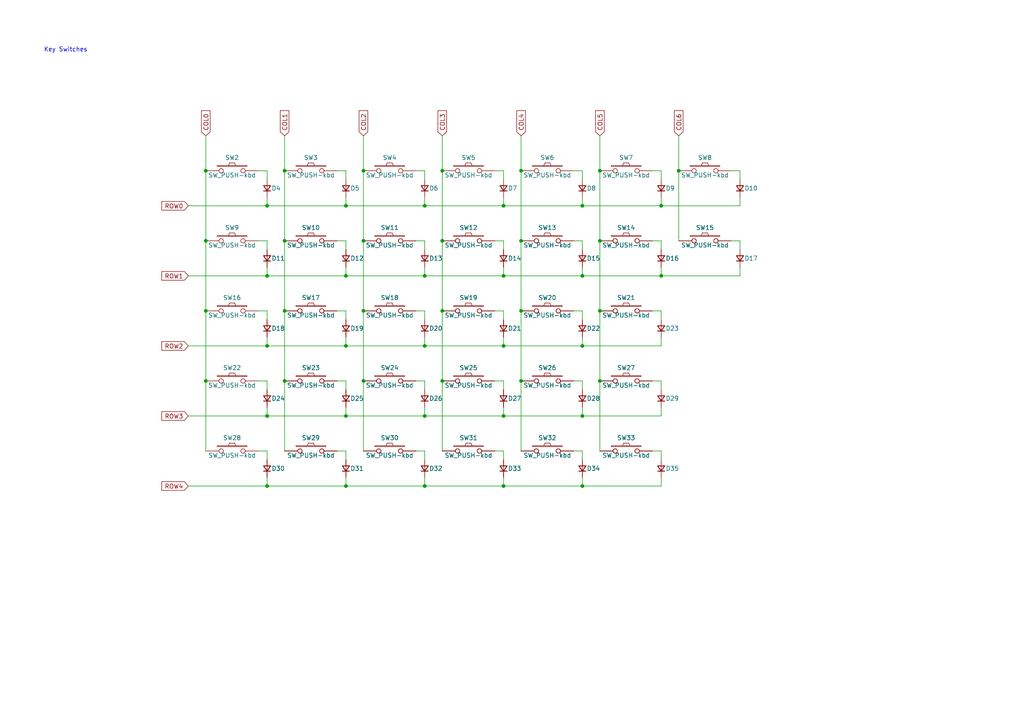
<source format=kicad_sch>
(kicad_sch (version 20211123) (generator eeschema)
  (paper "A4")
  (lib_symbols
    (symbol "ma8ic_split_69:D_Small" (pin_numbers hide) (pin_names (offset 0.254) hide)
      (property "Reference" "D" (at -1.27 2.032 0))
      (property "Value" "D_Small" (at -3.81 -2.032 0))
      (symbol "D_Small_0_1"
        (polyline (pts (xy -0.762 -1.016) (xy -0.762 1.016)) (stroke (width 0.254)))
        (polyline (pts (xy -0.762 0) (xy 0.762 0)))
        (polyline (pts (xy 0.762 -1.016) (xy -0.762 0) (xy 0.762 1.016) (xy 0.762 -1.016)) (stroke (width 0.254)))
      )
      (symbol "D_Small_1_1"
        (pin passive line (at -2.54 0 0) (length 1.778) (name "K") (number "1"))
        (pin passive line (at 2.54 0 180) (length 1.778) (name "A") (number "2"))
      )
    )
    (symbol "ma8ic_split_69:SW_PUSH" (pin_numbers hide) (pin_names (offset 1.016) hide)
      (property "Reference" "SW" (at 3.81 2.794 0))
      (property "Value" "SW_PUSH" (at 0 -2.032 0))
      (symbol "SW_PUSH_0_1"
        (rectangle (start -4.318 1.27) (end 4.318 1.524))
        (polyline (pts (xy -1.016 1.524) (xy -0.762 2.286) (xy 0.762 2.286) (xy 1.016 1.524)))
        (pin passive inverted (at -7.62 0 0) (length 5.08) (name "1") (number "1"))
        (pin passive inverted (at 7.62 0 180) (length 5.08) (name "2") (number "2"))
      )
    )
  )
  (junction (at 59.69 90.17))
  (junction (at 105.41 90.17))
  (junction (at 77.47 59.69))
  (junction (at 128.27 49.53))
  (junction (at 146.05 140.97))
  (junction (at 168.91 120.65))
  (junction (at 173.99 110.49))
  (junction (at 151.13 49.53))
  (junction (at 123.19 100.33))
  (junction (at 100.33 59.69))
  (junction (at 173.99 49.53))
  (junction (at 173.99 69.85))
  (junction (at 128.27 69.85))
  (junction (at 146.05 120.65))
  (junction (at 82.55 49.53))
  (junction (at 77.47 80.01))
  (junction (at 82.55 69.85))
  (junction (at 168.91 80.01))
  (junction (at 100.33 120.65))
  (junction (at 168.91 59.69))
  (junction (at 128.27 110.49))
  (junction (at 196.85 49.53))
  (junction (at 123.19 120.65))
  (junction (at 191.77 59.69))
  (junction (at 123.19 80.01))
  (junction (at 173.99 90.17))
  (junction (at 105.41 49.53))
  (junction (at 151.13 69.85))
  (junction (at 105.41 69.85))
  (junction (at 123.19 59.69))
  (junction (at 59.69 110.49))
  (junction (at 59.69 49.53))
  (junction (at 100.33 140.97))
  (junction (at 191.77 80.01))
  (junction (at 59.69 69.85))
  (junction (at 82.55 110.49))
  (junction (at 82.55 90.17))
  (junction (at 168.91 100.33))
  (junction (at 151.13 90.17))
  (junction (at 146.05 80.01))
  (junction (at 77.47 140.97))
  (junction (at 146.05 59.69))
  (junction (at 105.41 110.49))
  (junction (at 100.33 100.33))
  (junction (at 168.91 140.97))
  (junction (at 146.05 100.33))
  (junction (at 100.33 80.01))
  (junction (at 77.47 120.65))
  (junction (at 128.27 90.17))
  (junction (at 123.19 140.97))
  (junction (at 77.47 100.33))
  (junction (at 151.13 110.49))
  (wire (pts (xy 100.33 120.65) (xy 123.19 120.65)))
  (wire (pts (xy 146.05 140.97) (xy 146.05 138.43)))
  (wire (pts (xy 212.09 49.53) (xy 214.63 49.53)))
  (wire (pts (xy 97.79 69.85) (xy 100.33 69.85)))
  (wire (pts (xy 173.99 69.85) (xy 173.99 90.17)))
  (wire (pts (xy 97.79 49.53) (xy 100.33 49.53)))
  (wire (pts (xy 77.47 49.53) (xy 77.47 52.07)))
  (wire (pts (xy 214.63 59.69) (xy 214.63 57.15)))
  (wire (pts (xy 97.79 130.81) (xy 100.33 130.81)))
  (wire (pts (xy 143.51 110.49) (xy 146.05 110.49)))
  (wire (pts (xy 191.77 59.69) (xy 214.63 59.69)))
  (wire (pts (xy 59.69 110.49) (xy 59.69 130.81)))
  (wire (pts (xy 54.61 140.97) (xy 77.47 140.97)))
  (wire (pts (xy 143.51 69.85) (xy 146.05 69.85)))
  (wire (pts (xy 77.47 110.49) (xy 77.47 113.03)))
  (wire (pts (xy 146.05 140.97) (xy 168.91 140.97)))
  (wire (pts (xy 214.63 69.85) (xy 214.63 72.39)))
  (wire (pts (xy 146.05 100.33) (xy 146.05 97.79)))
  (wire (pts (xy 123.19 90.17) (xy 123.19 92.71)))
  (wire (pts (xy 173.99 110.49) (xy 173.99 130.81)))
  (wire (pts (xy 77.47 120.65) (xy 100.33 120.65)))
  (wire (pts (xy 166.37 130.81) (xy 168.91 130.81)))
  (wire (pts (xy 77.47 140.97) (xy 100.33 140.97)))
  (wire (pts (xy 105.41 69.85) (xy 105.41 90.17)))
  (wire (pts (xy 166.37 49.53) (xy 168.91 49.53)))
  (wire (pts (xy 191.77 90.17) (xy 191.77 92.71)))
  (wire (pts (xy 189.23 69.85) (xy 191.77 69.85)))
  (wire (pts (xy 191.77 49.53) (xy 191.77 52.07)))
  (wire (pts (xy 146.05 120.65) (xy 168.91 120.65)))
  (wire (pts (xy 100.33 110.49) (xy 100.33 113.03)))
  (wire (pts (xy 82.55 49.53) (xy 82.55 69.85)))
  (wire (pts (xy 168.91 110.49) (xy 168.91 113.03)))
  (wire (pts (xy 82.55 90.17) (xy 82.55 110.49)))
  (wire (pts (xy 74.93 69.85) (xy 77.47 69.85)))
  (wire (pts (xy 146.05 49.53) (xy 146.05 52.07)))
  (wire (pts (xy 100.33 100.33) (xy 123.19 100.33)))
  (wire (pts (xy 74.93 90.17) (xy 77.47 90.17)))
  (wire (pts (xy 59.69 69.85) (xy 59.69 90.17)))
  (wire (pts (xy 168.91 130.81) (xy 168.91 133.35)))
  (wire (pts (xy 166.37 69.85) (xy 168.91 69.85)))
  (wire (pts (xy 77.47 100.33) (xy 77.47 97.79)))
  (wire (pts (xy 191.77 120.65) (xy 191.77 118.11)))
  (wire (pts (xy 77.47 130.81) (xy 77.47 133.35)))
  (wire (pts (xy 146.05 100.33) (xy 168.91 100.33)))
  (wire (pts (xy 168.91 49.53) (xy 168.91 52.07)))
  (wire (pts (xy 100.33 100.33) (xy 100.33 97.79)))
  (wire (pts (xy 120.65 130.81) (xy 123.19 130.81)))
  (wire (pts (xy 151.13 39.37) (xy 151.13 49.53)))
  (wire (pts (xy 82.55 69.85) (xy 82.55 90.17)))
  (wire (pts (xy 146.05 80.01) (xy 146.05 77.47)))
  (wire (pts (xy 146.05 90.17) (xy 146.05 92.71)))
  (wire (pts (xy 59.69 39.37) (xy 59.69 49.53)))
  (wire (pts (xy 168.91 120.65) (xy 168.91 118.11)))
  (wire (pts (xy 123.19 140.97) (xy 146.05 140.97)))
  (wire (pts (xy 120.65 90.17) (xy 123.19 90.17)))
  (wire (pts (xy 77.47 80.01) (xy 77.47 77.47)))
  (wire (pts (xy 100.33 49.53) (xy 100.33 52.07)))
  (wire (pts (xy 151.13 49.53) (xy 151.13 69.85)))
  (wire (pts (xy 189.23 90.17) (xy 191.77 90.17)))
  (wire (pts (xy 54.61 80.01) (xy 77.47 80.01)))
  (wire (pts (xy 59.69 49.53) (xy 59.69 69.85)))
  (wire (pts (xy 212.09 69.85) (xy 214.63 69.85)))
  (wire (pts (xy 97.79 90.17) (xy 100.33 90.17)))
  (wire (pts (xy 100.33 130.81) (xy 100.33 133.35)))
  (wire (pts (xy 146.05 110.49) (xy 146.05 113.03)))
  (wire (pts (xy 214.63 49.53) (xy 214.63 52.07)))
  (wire (pts (xy 173.99 90.17) (xy 173.99 110.49)))
  (wire (pts (xy 166.37 90.17) (xy 168.91 90.17)))
  (wire (pts (xy 191.77 140.97) (xy 191.77 138.43)))
  (wire (pts (xy 151.13 90.17) (xy 151.13 110.49)))
  (wire (pts (xy 74.93 49.53) (xy 77.47 49.53)))
  (wire (pts (xy 123.19 110.49) (xy 123.19 113.03)))
  (wire (pts (xy 168.91 90.17) (xy 168.91 92.71)))
  (wire (pts (xy 143.51 90.17) (xy 146.05 90.17)))
  (wire (pts (xy 54.61 120.65) (xy 77.47 120.65)))
  (wire (pts (xy 191.77 100.33) (xy 191.77 97.79)))
  (wire (pts (xy 54.61 100.33) (xy 77.47 100.33)))
  (wire (pts (xy 123.19 140.97) (xy 123.19 138.43)))
  (wire (pts (xy 168.91 120.65) (xy 191.77 120.65)))
  (wire (pts (xy 77.47 59.69) (xy 77.47 57.15)))
  (wire (pts (xy 173.99 49.53) (xy 173.99 69.85)))
  (wire (pts (xy 146.05 59.69) (xy 146.05 57.15)))
  (wire (pts (xy 168.91 59.69) (xy 191.77 59.69)))
  (wire (pts (xy 196.85 49.53) (xy 196.85 69.85)))
  (wire (pts (xy 191.77 80.01) (xy 214.63 80.01)))
  (wire (pts (xy 191.77 80.01) (xy 191.77 77.47)))
  (wire (pts (xy 168.91 140.97) (xy 191.77 140.97)))
  (wire (pts (xy 123.19 120.65) (xy 123.19 118.11)))
  (wire (pts (xy 77.47 100.33) (xy 100.33 100.33)))
  (wire (pts (xy 143.51 130.81) (xy 146.05 130.81)))
  (wire (pts (xy 82.55 110.49) (xy 82.55 130.81)))
  (wire (pts (xy 146.05 59.69) (xy 168.91 59.69)))
  (wire (pts (xy 146.05 80.01) (xy 168.91 80.01)))
  (wire (pts (xy 168.91 69.85) (xy 168.91 72.39)))
  (wire (pts (xy 100.33 59.69) (xy 100.33 57.15)))
  (wire (pts (xy 105.41 90.17) (xy 105.41 110.49)))
  (wire (pts (xy 168.91 80.01) (xy 168.91 77.47)))
  (wire (pts (xy 77.47 59.69) (xy 100.33 59.69)))
  (wire (pts (xy 146.05 69.85) (xy 146.05 72.39)))
  (wire (pts (xy 189.23 130.81) (xy 191.77 130.81)))
  (wire (pts (xy 120.65 49.53) (xy 123.19 49.53)))
  (wire (pts (xy 120.65 110.49) (xy 123.19 110.49)))
  (wire (pts (xy 97.79 110.49) (xy 100.33 110.49)))
  (wire (pts (xy 166.37 110.49) (xy 168.91 110.49)))
  (wire (pts (xy 100.33 140.97) (xy 123.19 140.97)))
  (wire (pts (xy 146.05 120.65) (xy 146.05 118.11)))
  (wire (pts (xy 77.47 80.01) (xy 100.33 80.01)))
  (wire (pts (xy 105.41 110.49) (xy 105.41 130.81)))
  (wire (pts (xy 77.47 90.17) (xy 77.47 92.71)))
  (wire (pts (xy 146.05 130.81) (xy 146.05 133.35)))
  (wire (pts (xy 128.27 39.37) (xy 128.27 49.53)))
  (wire (pts (xy 59.69 90.17) (xy 59.69 110.49)))
  (wire (pts (xy 214.63 80.01) (xy 214.63 77.47)))
  (wire (pts (xy 82.55 39.37) (xy 82.55 49.53)))
  (wire (pts (xy 54.61 59.69) (xy 77.47 59.69)))
  (wire (pts (xy 128.27 69.85) (xy 128.27 90.17)))
  (wire (pts (xy 123.19 59.69) (xy 146.05 59.69)))
  (wire (pts (xy 123.19 130.81) (xy 123.19 133.35)))
  (wire (pts (xy 123.19 80.01) (xy 123.19 77.47)))
  (wire (pts (xy 123.19 59.69) (xy 123.19 57.15)))
  (wire (pts (xy 151.13 69.85) (xy 151.13 90.17)))
  (wire (pts (xy 100.33 80.01) (xy 123.19 80.01)))
  (wire (pts (xy 151.13 110.49) (xy 151.13 130.81)))
  (wire (pts (xy 189.23 49.53) (xy 191.77 49.53)))
  (wire (pts (xy 191.77 59.69) (xy 191.77 57.15)))
  (wire (pts (xy 77.47 69.85) (xy 77.47 72.39)))
  (wire (pts (xy 77.47 120.65) (xy 77.47 118.11)))
  (wire (pts (xy 100.33 80.01) (xy 100.33 77.47)))
  (wire (pts (xy 168.91 100.33) (xy 191.77 100.33)))
  (wire (pts (xy 143.51 49.53) (xy 146.05 49.53)))
  (wire (pts (xy 105.41 39.37) (xy 105.41 49.53)))
  (wire (pts (xy 168.91 100.33) (xy 168.91 97.79)))
  (wire (pts (xy 128.27 110.49) (xy 128.27 130.81)))
  (wire (pts (xy 191.77 110.49) (xy 191.77 113.03)))
  (wire (pts (xy 74.93 130.81) (xy 77.47 130.81)))
  (wire (pts (xy 128.27 49.53) (xy 128.27 69.85)))
  (wire (pts (xy 173.99 39.37) (xy 173.99 49.53)))
  (wire (pts (xy 77.47 140.97) (xy 77.47 138.43)))
  (wire (pts (xy 100.33 59.69) (xy 123.19 59.69)))
  (wire (pts (xy 168.91 140.97) (xy 168.91 138.43)))
  (wire (pts (xy 120.65 69.85) (xy 123.19 69.85)))
  (wire (pts (xy 105.41 49.53) (xy 105.41 69.85)))
  (wire (pts (xy 100.33 120.65) (xy 100.33 118.11)))
  (wire (pts (xy 128.27 90.17) (xy 128.27 110.49)))
  (wire (pts (xy 196.85 39.37) (xy 196.85 49.53)))
  (wire (pts (xy 123.19 120.65) (xy 146.05 120.65)))
  (wire (pts (xy 123.19 49.53) (xy 123.19 52.07)))
  (wire (pts (xy 123.19 80.01) (xy 146.05 80.01)))
  (wire (pts (xy 191.77 69.85) (xy 191.77 72.39)))
  (wire (pts (xy 100.33 69.85) (xy 100.33 72.39)))
  (wire (pts (xy 123.19 100.33) (xy 123.19 97.79)))
  (wire (pts (xy 123.19 100.33) (xy 146.05 100.33)))
  (wire (pts (xy 74.93 110.49) (xy 77.47 110.49)))
  (wire (pts (xy 191.77 130.81) (xy 191.77 133.35)))
  (wire (pts (xy 100.33 140.97) (xy 100.33 138.43)))
  (wire (pts (xy 189.23 110.49) (xy 191.77 110.49)))
  (wire (pts (xy 123.19 69.85) (xy 123.19 72.39)))
  (wire (pts (xy 100.33 90.17) (xy 100.33 92.71)))
  (wire (pts (xy 168.91 80.01) (xy 191.77 80.01)))
  (wire (pts (xy 168.91 59.69) (xy 168.91 57.15)))
  (text "Key Switches" (at 12.7 15.24 0) (effects (font (size 1.27 1.27)) (justify left bottom)))
  (global_label "ROW2" (shape input) (at 54.61 100.33 180) (property "Intersheet References" "${INTERSHEET_REFS}" (effects hide)))
  (global_label "ROW0" (shape input) (at 54.61 59.69 180) (property "Intersheet References" "${INTERSHEET_REFS}" (effects hide)))
  (global_label "COL1" (shape input) (at 82.55 39.37 90) (property "Intersheet References" "${INTERSHEET_REFS}" (effects hide)))
  (global_label "COL5" (shape input) (at 173.99 39.37 90) (property "Intersheet References" "${INTERSHEET_REFS}" (effects hide)))
  (global_label "COL0" (shape input) (at 59.69 39.37 90) (property "Intersheet References" "${INTERSHEET_REFS}" (effects hide)))
  (global_label "COL6" (shape input) (at 196.85 39.37 90) (property "Intersheet References" "${INTERSHEET_REFS}" (effects hide)))
  (global_label "ROW1" (shape input) (at 54.61 80.01 180) (property "Intersheet References" "${INTERSHEET_REFS}" (effects hide)))
  (global_label "COL3" (shape input) (at 128.27 39.37 90) (property "Intersheet References" "${INTERSHEET_REFS}" (effects hide)))
  (global_label "COL2" (shape input) (at 105.41 39.37 90) (property "Intersheet References" "${INTERSHEET_REFS}" (effects hide)))
  (global_label "ROW3" (shape input) (at 54.61 120.65 180) (property "Intersheet References" "${INTERSHEET_REFS}" (effects hide)))
  (global_label "ROW4" (shape input) (at 54.61 140.97 180) (property "Intersheet References" "${INTERSHEET_REFS}" (effects hide)))
  (global_label "COL4" (shape input) (at 151.13 39.37 90) (property "Intersheet References" "${INTERSHEET_REFS}" (effects hide)))
  (symbol (lib_id "ma8ic_split_69:D_Small") (at 146.05 95.25 90) (unit 1)
    (property "Reference" "D21" (at 147.32 95.25 90) (effects (justify right)))
    (property "Value" "D_Small" (effects hide))
    (property "Footprint" "ma8ic_split_69:D3_SMD_v2" (effects hide))
    (property "LCSC" "C81598" (effects hide))
  )
  (symbol (lib_id "ma8ic_split_69:SW_PUSH") (at 67.31 110.49 0) (unit 1)
    (property "Reference" "SW22" (at 67.31 106.68 0))
    (property "Value" "SW_PUSH-kbd" (at 67.31 111.76 0))
    (property "Footprint" "ma8ic_split_69:ChocV1_V2_Hotswap" (effects hide))
    (property "LCSC" "C5333465" (effects hide))
  )
  (symbol (lib_id "ma8ic_split_69:SW_PUSH") (at 90.17 90.17 0) (unit 1)
    (property "Reference" "SW17" (at 90.17 86.36 0))
    (property "Value" "SW_PUSH-kbd" (at 90.17 91.44 0))
    (property "Footprint" "ma8ic_split_69:ChocV1_V2_Hotswap" (effects hide))
    (property "LCSC" "C5333465" (effects hide))
  )
  (symbol (lib_id "ma8ic_split_69:SW_PUSH") (at 135.89 110.49 0) (unit 1)
    (property "Reference" "SW25" (at 135.89 106.68 0))
    (property "Value" "SW_PUSH-kbd" (at 135.89 111.76 0))
    (property "Footprint" "ma8ic_split_69:ChocV1_V2_Hotswap" (effects hide))
    (property "LCSC" "C5333465" (effects hide))
  )
  (symbol (lib_id "ma8ic_split_69:SW_PUSH") (at 158.75 110.49 0) (unit 1)
    (property "Reference" "SW26" (at 158.75 106.68 0))
    (property "Value" "SW_PUSH-kbd" (at 158.75 111.76 0))
    (property "Footprint" "ma8ic_split_69:ChocV1_V2_Hotswap" (effects hide))
    (property "LCSC" "C5333465" (effects hide))
  )
  (symbol (lib_id "ma8ic_split_69:SW_PUSH") (at 113.03 130.81 0) (unit 1)
    (property "Reference" "SW30" (at 113.03 127 0))
    (property "Value" "SW_PUSH-kbd" (at 113.03 132.08 0))
    (property "Footprint" "ma8ic_split_69:ChocV1_V2_Hotswap" (effects hide))
    (property "LCSC" "C5333465" (effects hide))
  )
  (symbol (lib_id "ma8ic_split_69:SW_PUSH") (at 204.47 49.53 0) (unit 1)
    (property "Reference" "SW8" (at 204.47 45.72 0))
    (property "Value" "SW_PUSH-kbd" (at 204.47 50.8 0))
    (property "Footprint" "ma8ic_split_69:ChocV1_V2_Hotswap" (effects hide))
    (property "LCSC" "C5333465" (effects hide))
  )
  (symbol (lib_id "ma8ic_split_69:D_Small") (at 146.05 135.89 90) (unit 1)
    (property "Reference" "D33" (at 147.32 135.89 90) (effects (justify right)))
    (property "Value" "D_Small" (effects hide))
    (property "Footprint" "ma8ic_split_69:D3_SMD_v2" (effects hide))
    (property "LCSC" "C81598" (effects hide))
  )
  (symbol (lib_id "ma8ic_split_69:D_Small") (at 123.19 135.89 90) (unit 1)
    (property "Reference" "D32" (at 124.46 135.89 90) (effects (justify right)))
    (property "Value" "D_Small" (effects hide))
    (property "Footprint" "ma8ic_split_69:D3_SMD_v2" (effects hide))
    (property "LCSC" "C81598" (effects hide))
  )
  (symbol (lib_id "ma8ic_split_69:SW_PUSH") (at 113.03 110.49 0) (unit 1)
    (property "Reference" "SW24" (at 113.03 106.68 0))
    (property "Value" "SW_PUSH-kbd" (at 113.03 111.76 0))
    (property "Footprint" "ma8ic_split_69:ChocV1_V2_Hotswap" (effects hide))
    (property "LCSC" "C5333465" (effects hide))
  )
  (symbol (lib_id "ma8ic_split_69:SW_PUSH") (at 204.47 69.85 0) (unit 1)
    (property "Reference" "SW15" (at 204.47 66.04 0))
    (property "Value" "SW_PUSH-kbd" (at 204.47 71.12 0))
    (property "Footprint" "ma8ic_split_69:ChocV1_V2_Hotswap" (effects hide))
    (property "LCSC" "C5333465" (effects hide))
  )
  (symbol (lib_id "ma8ic_split_69:D_Small") (at 100.33 95.25 90) (unit 1)
    (property "Reference" "D19" (at 101.6 95.25 90) (effects (justify right)))
    (property "Value" "D_Small" (effects hide))
    (property "Footprint" "ma8ic_split_69:D3_SMD_v2" (effects hide))
    (property "LCSC" "C81598" (effects hide))
  )
  (symbol (lib_id "ma8ic_split_69:D_Small") (at 168.91 135.89 90) (unit 1)
    (property "Reference" "D34" (at 170.18 135.89 90) (effects (justify right)))
    (property "Value" "D_Small" (effects hide))
    (property "Footprint" "ma8ic_split_69:D3_SMD_v2" (effects hide))
    (property "LCSC" "C81598" (effects hide))
  )
  (symbol (lib_id "ma8ic_split_69:D_Small") (at 77.47 135.89 90) (unit 1)
    (property "Reference" "D30" (at 78.74 135.89 90) (effects (justify right)))
    (property "Value" "D_Small" (effects hide))
    (property "Footprint" "ma8ic_split_69:D3_SMD_v2" (effects hide))
    (property "LCSC" "C81598" (effects hide))
  )
  (symbol (lib_id "ma8ic_split_69:SW_PUSH") (at 181.61 130.81 0) (unit 1)
    (property "Reference" "SW33" (at 181.61 127 0))
    (property "Value" "SW_PUSH-kbd" (at 181.61 132.08 0))
    (property "Footprint" "ma8ic_split_69:ChocV1_V2_Hotswap" (effects hide))
    (property "LCSC" "C5333465" (effects hide))
  )
  (symbol (lib_id "ma8ic_split_69:D_Small") (at 146.05 54.61 90) (unit 1)
    (property "Reference" "D7" (at 147.32 54.61 90) (effects (justify right)))
    (property "Value" "D_Small" (effects hide))
    (property "Footprint" "ma8ic_split_69:D3_SMD_v2" (effects hide))
    (property "LCSC" "C81598" (effects hide))
  )
  (symbol (lib_id "ma8ic_split_69:D_Small") (at 100.33 135.89 90) (unit 1)
    (property "Reference" "D31" (at 101.6 135.89 90) (effects (justify right)))
    (property "Value" "D_Small" (effects hide))
    (property "Footprint" "ma8ic_split_69:D3_SMD_v2" (effects hide))
    (property "LCSC" "C81598" (effects hide))
  )
  (symbol (lib_id "ma8ic_split_69:D_Small") (at 123.19 95.25 90) (unit 1)
    (property "Reference" "D20" (at 124.46 95.25 90) (effects (justify right)))
    (property "Value" "D_Small" (effects hide))
    (property "Footprint" "ma8ic_split_69:D3_SMD_v2" (effects hide))
    (property "LCSC" "C81598" (effects hide))
  )
  (symbol (lib_id "ma8ic_split_69:D_Small") (at 214.63 74.93 90) (unit 1)
    (property "Reference" "D17" (at 215.9 74.93 90) (effects (justify right)))
    (property "Value" "D_Small" (effects hide))
    (property "Footprint" "ma8ic_split_69:D3_SMD_v2" (effects hide))
    (property "LCSC" "C81598" (effects hide))
  )
  (symbol (lib_id "ma8ic_split_69:SW_PUSH") (at 135.89 130.81 0) (unit 1)
    (property "Reference" "SW31" (at 135.89 127 0))
    (property "Value" "SW_PUSH-kbd" (at 135.89 132.08 0))
    (property "Footprint" "ma8ic_split_69:ChocV1_V2_Hotswap" (effects hide))
    (property "LCSC" "C5333465" (effects hide))
  )
  (symbol (lib_id "ma8ic_split_69:SW_PUSH") (at 181.61 90.17 0) (unit 1)
    (property "Reference" "SW21" (at 181.61 86.36 0))
    (property "Value" "SW_PUSH-kbd" (at 181.61 91.44 0))
    (property "Footprint" "ma8ic_split_69:ChocV1_V2_Hotswap" (effects hide))
    (property "LCSC" "C5333465" (effects hide))
  )
  (symbol (lib_id "ma8ic_split_69:SW_PUSH") (at 135.89 90.17 0) (unit 1)
    (property "Reference" "SW19" (at 135.89 86.36 0))
    (property "Value" "SW_PUSH-kbd" (at 135.89 91.44 0))
    (property "Footprint" "ma8ic_split_69:ChocV1_V2_Hotswap" (effects hide))
    (property "LCSC" "C5333465" (effects hide))
  )
  (symbol (lib_id "ma8ic_split_69:D_Small") (at 168.91 115.57 90) (unit 1)
    (property "Reference" "D28" (at 170.18 115.57 90) (effects (justify right)))
    (property "Value" "D_Small" (effects hide))
    (property "Footprint" "ma8ic_split_69:D3_SMD_v2" (effects hide))
    (property "LCSC" "C81598" (effects hide))
  )
  (symbol (lib_id "ma8ic_split_69:SW_PUSH") (at 113.03 69.85 0) (unit 1)
    (property "Reference" "SW11" (at 113.03 66.04 0))
    (property "Value" "SW_PUSH-kbd" (at 113.03 71.12 0))
    (property "Footprint" "ma8ic_split_69:ChocV1_V2_Hotswap" (effects hide))
    (property "LCSC" "C5333465" (effects hide))
  )
  (symbol (lib_id "ma8ic_split_69:D_Small") (at 100.33 74.93 90) (unit 1)
    (property "Reference" "D12" (at 101.6 74.93 90) (effects (justify right)))
    (property "Value" "D_Small" (effects hide))
    (property "Footprint" "ma8ic_split_69:D3_SMD_v2" (effects hide))
    (property "LCSC" "C81598" (effects hide))
  )
  (symbol (lib_id "ma8ic_split_69:D_Small") (at 77.47 74.93 90) (unit 1)
    (property "Reference" "D11" (at 78.74 74.93 90) (effects (justify right)))
    (property "Value" "D_Small" (effects hide))
    (property "Footprint" "ma8ic_split_69:D3_SMD_v2" (effects hide))
    (property "LCSC" "C81598" (effects hide))
  )
  (symbol (lib_id "ma8ic_split_69:SW_PUSH") (at 90.17 49.53 0) (unit 1)
    (property "Reference" "SW3" (at 90.17 45.72 0))
    (property "Value" "SW_PUSH-kbd" (at 90.17 50.8 0))
    (property "Footprint" "ma8ic_split_69:ChocV1_V2_Hotswap" (effects hide))
    (property "LCSC" "C5333465" (effects hide))
  )
  (symbol (lib_id "ma8ic_split_69:SW_PUSH") (at 135.89 69.85 0) (unit 1)
    (property "Reference" "SW12" (at 135.89 66.04 0))
    (property "Value" "SW_PUSH-kbd" (at 135.89 71.12 0))
    (property "Footprint" "ma8ic_split_69:ChocV1_V2_Hotswap" (effects hide))
    (property "LCSC" "C5333465" (effects hide))
  )
  (symbol (lib_id "ma8ic_split_69:D_Small") (at 191.77 95.25 90) (unit 1)
    (property "Reference" "D23" (at 193.04 95.25 90) (effects (justify right)))
    (property "Value" "D_Small" (effects hide))
    (property "Footprint" "ma8ic_split_69:D3_SMD_v2" (effects hide))
    (property "LCSC" "C81598" (effects hide))
  )
  (symbol (lib_id "ma8ic_split_69:SW_PUSH") (at 158.75 90.17 0) (unit 1)
    (property "Reference" "SW20" (at 158.75 86.36 0))
    (property "Value" "SW_PUSH-kbd" (at 158.75 91.44 0))
    (property "Footprint" "ma8ic_split_69:ChocV1_V2_Hotswap" (effects hide))
    (property "LCSC" "C5333465" (effects hide))
  )
  (symbol (lib_id "ma8ic_split_69:SW_PUSH") (at 181.61 110.49 0) (unit 1)
    (property "Reference" "SW27" (at 181.61 106.68 0))
    (property "Value" "SW_PUSH-kbd" (at 181.61 111.76 0))
    (property "Footprint" "ma8ic_split_69:ChocV1_V2_Hotswap" (effects hide))
    (property "LCSC" "C5333465" (effects hide))
  )
  (symbol (lib_id "ma8ic_split_69:D_Small") (at 123.19 74.93 90) (unit 1)
    (property "Reference" "D13" (at 124.46 74.93 90) (effects (justify right)))
    (property "Value" "D_Small" (effects hide))
    (property "Footprint" "ma8ic_split_69:D3_SMD_v2" (effects hide))
    (property "LCSC" "C81598" (effects hide))
  )
  (symbol (lib_id "ma8ic_split_69:D_Small") (at 100.33 115.57 90) (unit 1)
    (property "Reference" "D25" (at 101.6 115.57 90) (effects (justify right)))
    (property "Value" "D_Small" (effects hide))
    (property "Footprint" "ma8ic_split_69:D3_SMD_v2" (effects hide))
    (property "LCSC" "C81598" (effects hide))
  )
  (symbol (lib_id "ma8ic_split_69:D_Small") (at 146.05 74.93 90) (unit 1)
    (property "Reference" "D14" (at 147.32 74.93 90) (effects (justify right)))
    (property "Value" "D_Small" (effects hide))
    (property "Footprint" "ma8ic_split_69:D3_SMD_v2" (effects hide))
    (property "LCSC" "C81598" (effects hide))
  )
  (symbol (lib_id "ma8ic_split_69:SW_PUSH") (at 181.61 69.85 0) (unit 1)
    (property "Reference" "SW14" (at 181.61 66.04 0))
    (property "Value" "SW_PUSH-kbd" (at 181.61 71.12 0))
    (property "Footprint" "ma8ic_split_69:ChocV1_V2_Hotswap" (effects hide))
    (property "LCSC" "C5333465" (effects hide))
  )
  (symbol (lib_id "ma8ic_split_69:SW_PUSH") (at 67.31 90.17 0) (unit 1)
    (property "Reference" "SW16" (at 67.31 86.36 0))
    (property "Value" "SW_PUSH-kbd" (at 67.31 91.44 0))
    (property "Footprint" "ma8ic_split_69:ChocV1_V2_Hotswap" (effects hide))
    (property "LCSC" "C5333465" (effects hide))
  )
  (symbol (lib_id "ma8ic_split_69:D_Small") (at 168.91 54.61 90) (unit 1)
    (property "Reference" "D8" (at 170.18 54.61 90) (effects (justify right)))
    (property "Value" "D_Small" (effects hide))
    (property "Footprint" "ma8ic_split_69:D3_SMD_v2" (effects hide))
    (property "LCSC" "C81598" (effects hide))
  )
  (symbol (lib_id "ma8ic_split_69:SW_PUSH") (at 113.03 90.17 0) (unit 1)
    (property "Reference" "SW18" (at 113.03 86.36 0))
    (property "Value" "SW_PUSH-kbd" (at 113.03 91.44 0))
    (property "Footprint" "ma8ic_split_69:ChocV1_V2_Hotswap" (effects hide))
    (property "LCSC" "C5333465" (effects hide))
  )
  (symbol (lib_id "ma8ic_split_69:D_Small") (at 77.47 95.25 90) (unit 1)
    (property "Reference" "D18" (at 78.74 95.25 90) (effects (justify right)))
    (property "Value" "D_Small" (effects hide))
    (property "Footprint" "ma8ic_split_69:D3_SMD_v2" (effects hide))
    (property "LCSC" "C81598" (effects hide))
  )
  (symbol (lib_id "ma8ic_split_69:SW_PUSH") (at 90.17 69.85 0) (unit 1)
    (property "Reference" "SW10" (at 90.17 66.04 0))
    (property "Value" "SW_PUSH-kbd" (at 90.17 71.12 0))
    (property "Footprint" "ma8ic_split_69:ChocV1_V2_Hotswap" (effects hide))
    (property "LCSC" "C5333465" (effects hide))
  )
  (symbol (lib_id "ma8ic_split_69:SW_PUSH") (at 67.31 69.85 0) (unit 1)
    (property "Reference" "SW9" (at 67.31 66.04 0))
    (property "Value" "SW_PUSH-kbd" (at 67.31 71.12 0))
    (property "Footprint" "ma8ic_split_69:ChocV1_V2_Hotswap" (effects hide))
    (property "LCSC" "C5333465" (effects hide))
  )
  (symbol (lib_id "ma8ic_split_69:D_Small") (at 191.77 74.93 90) (unit 1)
    (property "Reference" "D16" (at 193.04 74.93 90) (effects (justify right)))
    (property "Value" "D_Small" (effects hide))
    (property "Footprint" "ma8ic_split_69:D3_SMD_v2" (effects hide))
    (property "LCSC" "C81598" (effects hide))
  )
  (symbol (lib_id "ma8ic_split_69:D_Small") (at 123.19 54.61 90) (unit 1)
    (property "Reference" "D6" (at 124.46 54.61 90) (effects (justify right)))
    (property "Value" "D_Small" (effects hide))
    (property "Footprint" "ma8ic_split_69:D3_SMD_v2" (effects hide))
    (property "LCSC" "C81598" (effects hide))
  )
  (symbol (lib_id "ma8ic_split_69:SW_PUSH") (at 158.75 130.81 0) (unit 1)
    (property "Reference" "SW32" (at 158.75 127 0))
    (property "Value" "SW_PUSH-kbd" (at 158.75 132.08 0))
    (property "Footprint" "ma8ic_split_69:ChocV1_V2_Hotswap" (effects hide))
    (property "LCSC" "C5333465" (effects hide))
  )
  (symbol (lib_id "ma8ic_split_69:D_Small") (at 191.77 135.89 90) (unit 1)
    (property "Reference" "D35" (at 193.04 135.89 90) (effects (justify right)))
    (property "Value" "D_Small" (effects hide))
    (property "Footprint" "ma8ic_split_69:D3_SMD_v2" (effects hide))
    (property "LCSC" "C81598" (effects hide))
  )
  (symbol (lib_id "ma8ic_split_69:SW_PUSH") (at 90.17 110.49 0) (unit 1)
    (property "Reference" "SW23" (at 90.17 106.68 0))
    (property "Value" "SW_PUSH-kbd" (at 90.17 111.76 0))
    (property "Footprint" "ma8ic_split_69:ChocV1_V2_Hotswap" (effects hide))
    (property "LCSC" "C5333465" (effects hide))
  )
  (symbol (lib_id "ma8ic_split_69:SW_PUSH") (at 67.31 130.81 0) (unit 1)
    (property "Reference" "SW28" (at 67.31 127 0))
    (property "Value" "SW_PUSH-kbd" (at 67.31 132.08 0))
    (property "Footprint" "ma8ic_split_69:ChocV1_V2_Hotswap" (effects hide))
    (property "LCSC" "C5333465" (effects hide))
  )
  (symbol (lib_id "ma8ic_split_69:D_Small") (at 214.63 54.61 90) (unit 1)
    (property "Reference" "D10" (at 215.9 54.61 90) (effects (justify right)))
    (property "Value" "D_Small" (effects hide))
    (property "Footprint" "ma8ic_split_69:D3_SMD_v2" (effects hide))
    (property "LCSC" "C81598" (effects hide))
  )
  (symbol (lib_id "ma8ic_split_69:D_Small") (at 146.05 115.57 90) (unit 1)
    (property "Reference" "D27" (at 147.32 115.57 90) (effects (justify right)))
    (property "Value" "D_Small" (effects hide))
    (property "Footprint" "ma8ic_split_69:D3_SMD_v2" (effects hide))
    (property "LCSC" "C81598" (effects hide))
  )
  (symbol (lib_id "ma8ic_split_69:SW_PUSH") (at 135.89 49.53 0) (unit 1)
    (property "Reference" "SW5" (at 135.89 45.72 0))
    (property "Value" "SW_PUSH-kbd" (at 135.89 50.8 0))
    (property "Footprint" "ma8ic_split_69:ChocV1_V2_Hotswap" (effects hide))
    (property "LCSC" "C5333465" (effects hide))
  )
  (symbol (lib_id "ma8ic_split_69:D_Small") (at 168.91 95.25 90) (unit 1)
    (property "Reference" "D22" (at 170.18 95.25 90) (effects (justify right)))
    (property "Value" "D_Small" (effects hide))
    (property "Footprint" "ma8ic_split_69:D3_SMD_v2" (effects hide))
    (property "LCSC" "C81598" (effects hide))
  )
  (symbol (lib_id "ma8ic_split_69:SW_PUSH") (at 90.17 130.81 0) (unit 1)
    (property "Reference" "SW29" (at 90.17 127 0))
    (property "Value" "SW_PUSH-kbd" (at 90.17 132.08 0))
    (property "Footprint" "ma8ic_split_69:ChocV1_V2_Hotswap" (effects hide))
    (property "LCSC" "C5333465" (effects hide))
  )
  (symbol (lib_id "ma8ic_split_69:D_Small") (at 77.47 54.61 90) (unit 1)
    (property "Reference" "D4" (at 78.74 54.61 90) (effects (justify right)))
    (property "Value" "D_Small" (effects hide))
    (property "Footprint" "ma8ic_split_69:D3_SMD_v2" (effects hide))
    (property "LCSC" "C81598" (effects hide))
  )
  (symbol (lib_id "ma8ic_split_69:D_Small") (at 123.19 115.57 90) (unit 1)
    (property "Reference" "D26" (at 124.46 115.57 90) (effects (justify right)))
    (property "Value" "D_Small" (effects hide))
    (property "Footprint" "ma8ic_split_69:D3_SMD_v2" (effects hide))
    (property "LCSC" "C81598" (effects hide))
  )
  (symbol (lib_id "ma8ic_split_69:D_Small") (at 191.77 54.61 90) (unit 1)
    (property "Reference" "D9" (at 193.04 54.61 90) (effects (justify right)))
    (property "Value" "D_Small" (effects hide))
    (property "Footprint" "ma8ic_split_69:D3_SMD_v2" (effects hide))
    (property "LCSC" "C81598" (effects hide))
  )
  (symbol (lib_id "ma8ic_split_69:SW_PUSH") (at 181.61 49.53 0) (unit 1)
    (property "Reference" "SW7" (at 181.61 45.72 0))
    (property "Value" "SW_PUSH-kbd" (at 181.61 50.8 0))
    (property "Footprint" "ma8ic_split_69:ChocV1_V2_Hotswap" (effects hide))
    (property "LCSC" "C5333465" (effects hide))
  )
  (symbol (lib_id "ma8ic_split_69:D_Small") (at 168.91 74.93 90) (unit 1)
    (property "Reference" "D15" (at 170.18 74.93 90) (effects (justify right)))
    (property "Value" "D_Small" (effects hide))
    (property "Footprint" "ma8ic_split_69:D3_SMD_v2" (effects hide))
    (property "LCSC" "C81598" (effects hide))
  )
  (symbol (lib_id "ma8ic_split_69:SW_PUSH") (at 158.75 49.53 0) (unit 1)
    (property "Reference" "SW6" (at 158.75 45.72 0))
    (property "Value" "SW_PUSH-kbd" (at 158.75 50.8 0))
    (property "Footprint" "ma8ic_split_69:ChocV1_V2_Hotswap" (effects hide))
    (property "LCSC" "C5333465" (effects hide))
  )
  (symbol (lib_id "ma8ic_split_69:SW_PUSH") (at 113.03 49.53 0) (unit 1)
    (property "Reference" "SW4" (at 113.03 45.72 0))
    (property "Value" "SW_PUSH-kbd" (at 113.03 50.8 0))
    (property "Footprint" "ma8ic_split_69:ChocV1_V2_Hotswap" (effects hide))
    (property "LCSC" "C5333465" (effects hide))
  )
  (symbol (lib_id "ma8ic_split_69:D_Small") (at 100.33 54.61 90) (unit 1)
    (property "Reference" "D5" (at 101.6 54.61 90) (effects (justify right)))
    (property "Value" "D_Small" (effects hide))
    (property "Footprint" "ma8ic_split_69:D3_SMD_v2" (effects hide))
    (property "LCSC" "C81598" (effects hide))
  )
  (symbol (lib_id "ma8ic_split_69:SW_PUSH") (at 158.75 69.85 0) (unit 1)
    (property "Reference" "SW13" (at 158.75 66.04 0))
    (property "Value" "SW_PUSH-kbd" (at 158.75 71.12 0))
    (property "Footprint" "ma8ic_split_69:ChocV1_V2_Hotswap" (effects hide))
    (property "LCSC" "C5333465" (effects hide))
  )
  (symbol (lib_id "ma8ic_split_69:SW_PUSH") (at 67.31 49.53 0) (unit 1)
    (property "Reference" "SW2" (at 67.31 45.72 0))
    (property "Value" "SW_PUSH-kbd" (at 67.31 50.8 0))
    (property "Footprint" "ma8ic_split_69:ChocV1_V2_Hotswap" (effects hide))
    (property "LCSC" "C5333465" (effects hide))
  )
  (symbol (lib_id "ma8ic_split_69:D_Small") (at 77.47 115.57 90) (unit 1)
    (property "Reference" "D24" (at 78.74 115.57 90) (effects (justify right)))
    (property "Value" "D_Small" (effects hide))
    (property "Footprint" "ma8ic_split_69:D3_SMD_v2" (effects hide))
    (property "LCSC" "C81598" (effects hide))
  )
  (symbol (lib_id "ma8ic_split_69:D_Small") (at 191.77 115.57 90) (unit 1)
    (property "Reference" "D29" (at 193.04 115.57 90) (effects (justify right)))
    (property "Value" "D_Small" (effects hide))
    (property "Footprint" "ma8ic_split_69:D3_SMD_v2" (effects hide))
    (property "LCSC" "C81598" (effects hide))
  )
)
</source>
